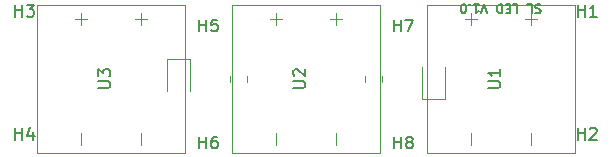
<source format=gbr>
G04 #@! TF.GenerationSoftware,KiCad,Pcbnew,(5.1.4)-1*
G04 #@! TF.CreationDate,2019-10-25T22:43:12-07:00*
G04 #@! TF.ProjectId,SkateLightLEDBoard1.0,536b6174-654c-4696-9768-744c4544426f,rev?*
G04 #@! TF.SameCoordinates,Original*
G04 #@! TF.FileFunction,Legend,Top*
G04 #@! TF.FilePolarity,Positive*
%FSLAX46Y46*%
G04 Gerber Fmt 4.6, Leading zero omitted, Abs format (unit mm)*
G04 Created by KiCad (PCBNEW (5.1.4)-1) date 2019-10-25 22:43:12*
%MOMM*%
%LPD*%
G04 APERTURE LIST*
%ADD10C,0.127000*%
%ADD11C,0.120000*%
%ADD12C,0.150000*%
G04 APERTURE END LIST*
D10*
X19884571Y6277428D02*
X19775714Y6313714D01*
X19594285Y6313714D01*
X19521714Y6277428D01*
X19485428Y6241142D01*
X19449142Y6168571D01*
X19449142Y6096000D01*
X19485428Y6023428D01*
X19521714Y5987142D01*
X19594285Y5950857D01*
X19739428Y5914571D01*
X19812000Y5878285D01*
X19848285Y5842000D01*
X19884571Y5769428D01*
X19884571Y5696857D01*
X19848285Y5624285D01*
X19812000Y5588000D01*
X19739428Y5551714D01*
X19558000Y5551714D01*
X19449142Y5588000D01*
X18759714Y6313714D02*
X19122571Y6313714D01*
X19122571Y5551714D01*
X17562285Y6313714D02*
X17925142Y6313714D01*
X17925142Y5551714D01*
X17308285Y5914571D02*
X17054285Y5914571D01*
X16945428Y6313714D02*
X17308285Y6313714D01*
X17308285Y5551714D01*
X16945428Y5551714D01*
X16618857Y6313714D02*
X16618857Y5551714D01*
X16437428Y5551714D01*
X16328571Y5588000D01*
X16256000Y5660571D01*
X16219714Y5733142D01*
X16183428Y5878285D01*
X16183428Y5987142D01*
X16219714Y6132285D01*
X16256000Y6204857D01*
X16328571Y6277428D01*
X16437428Y6313714D01*
X16618857Y6313714D01*
X15385142Y5551714D02*
X15131142Y6313714D01*
X14877142Y5551714D01*
X14224000Y6313714D02*
X14659428Y6313714D01*
X14441714Y6313714D02*
X14441714Y5551714D01*
X14514285Y5660571D01*
X14586857Y5733142D01*
X14659428Y5769428D01*
X13897428Y6241142D02*
X13861142Y6277428D01*
X13897428Y6313714D01*
X13933714Y6277428D01*
X13897428Y6241142D01*
X13897428Y6313714D01*
X13389428Y5551714D02*
X13316857Y5551714D01*
X13244285Y5588000D01*
X13208000Y5624285D01*
X13171714Y5696857D01*
X13135428Y5842000D01*
X13135428Y6023428D01*
X13171714Y6168571D01*
X13208000Y6241142D01*
X13244285Y6277428D01*
X13316857Y6313714D01*
X13389428Y6313714D01*
X13462000Y6277428D01*
X13498285Y6241142D01*
X13534571Y6168571D01*
X13570857Y6023428D01*
X13570857Y5842000D01*
X13534571Y5696857D01*
X13498285Y5624285D01*
X13462000Y5588000D01*
X13389428Y5551714D01*
D11*
X-2540000Y-4572000D02*
X-2540000Y-5588000D01*
X2540000Y-4572000D02*
X2540000Y-5588000D01*
X-2540000Y5588000D02*
X-2540000Y4572000D01*
X-2032000Y5080000D02*
X-3048000Y5080000D01*
X2540000Y5588000D02*
X2540000Y4572000D01*
X3048000Y5080000D02*
X2032000Y5080000D01*
X6250000Y-6250000D02*
X-6250000Y-6250000D01*
X-6250000Y-6250000D02*
X-6250000Y6250000D01*
X-6250000Y6250000D02*
X6250000Y6250000D01*
X6250000Y6250000D02*
X6250000Y-6250000D01*
X11755000Y-1685000D02*
X11755000Y1000000D01*
X9835000Y-1685000D02*
X11755000Y-1685000D01*
X9835000Y1000000D02*
X9835000Y-1685000D01*
X-11755000Y1685000D02*
X-11755000Y-1000000D01*
X-9835000Y1685000D02*
X-11755000Y1685000D01*
X-9835000Y-1000000D02*
X-9835000Y1685000D01*
X5005000Y258578D02*
X5005000Y-258578D01*
X6425000Y258578D02*
X6425000Y-258578D01*
X-6425000Y258578D02*
X-6425000Y-258578D01*
X-5005000Y258578D02*
X-5005000Y-258578D01*
X13970000Y-4572000D02*
X13970000Y-5588000D01*
X19050000Y-4572000D02*
X19050000Y-5588000D01*
X13970000Y5588000D02*
X13970000Y4572000D01*
X14478000Y5080000D02*
X13462000Y5080000D01*
X19050000Y5588000D02*
X19050000Y4572000D01*
X19558000Y5080000D02*
X18542000Y5080000D01*
X22760000Y-6250000D02*
X10260000Y-6250000D01*
X10260000Y-6250000D02*
X10260000Y6250000D01*
X10260000Y6250000D02*
X22760000Y6250000D01*
X22760000Y6250000D02*
X22760000Y-6250000D01*
X-19050000Y-4572000D02*
X-19050000Y-5588000D01*
X-13970000Y-4572000D02*
X-13970000Y-5588000D01*
X-19050000Y5588000D02*
X-19050000Y4572000D01*
X-18542000Y5080000D02*
X-19558000Y5080000D01*
X-13970000Y5588000D02*
X-13970000Y4572000D01*
X-13462000Y5080000D02*
X-14478000Y5080000D01*
X-10260000Y-6250000D02*
X-22760000Y-6250000D01*
X-22760000Y-6250000D02*
X-22760000Y6250000D01*
X-22760000Y6250000D02*
X-10260000Y6250000D01*
X-10260000Y6250000D02*
X-10260000Y-6250000D01*
D12*
X7493095Y-5905380D02*
X7493095Y-4905380D01*
X7493095Y-5381571D02*
X8064523Y-5381571D01*
X8064523Y-5905380D02*
X8064523Y-4905380D01*
X8683571Y-5333952D02*
X8588333Y-5286333D01*
X8540714Y-5238714D01*
X8493095Y-5143476D01*
X8493095Y-5095857D01*
X8540714Y-5000619D01*
X8588333Y-4953000D01*
X8683571Y-4905380D01*
X8874047Y-4905380D01*
X8969285Y-4953000D01*
X9016904Y-5000619D01*
X9064523Y-5095857D01*
X9064523Y-5143476D01*
X9016904Y-5238714D01*
X8969285Y-5286333D01*
X8874047Y-5333952D01*
X8683571Y-5333952D01*
X8588333Y-5381571D01*
X8540714Y-5429190D01*
X8493095Y-5524428D01*
X8493095Y-5714904D01*
X8540714Y-5810142D01*
X8588333Y-5857761D01*
X8683571Y-5905380D01*
X8874047Y-5905380D01*
X8969285Y-5857761D01*
X9016904Y-5810142D01*
X9064523Y-5714904D01*
X9064523Y-5524428D01*
X9016904Y-5429190D01*
X8969285Y-5381571D01*
X8874047Y-5333952D01*
X7493095Y4000619D02*
X7493095Y5000619D01*
X7493095Y4524428D02*
X8064523Y4524428D01*
X8064523Y4000619D02*
X8064523Y5000619D01*
X8445476Y5000619D02*
X9112142Y5000619D01*
X8683571Y4000619D01*
X-9016904Y-5905380D02*
X-9016904Y-4905380D01*
X-9016904Y-5381571D02*
X-8445476Y-5381571D01*
X-8445476Y-5905380D02*
X-8445476Y-4905380D01*
X-7540714Y-4905380D02*
X-7731190Y-4905380D01*
X-7826428Y-4953000D01*
X-7874047Y-5000619D01*
X-7969285Y-5143476D01*
X-8016904Y-5333952D01*
X-8016904Y-5714904D01*
X-7969285Y-5810142D01*
X-7921666Y-5857761D01*
X-7826428Y-5905380D01*
X-7635952Y-5905380D01*
X-7540714Y-5857761D01*
X-7493095Y-5810142D01*
X-7445476Y-5714904D01*
X-7445476Y-5476809D01*
X-7493095Y-5381571D01*
X-7540714Y-5333952D01*
X-7635952Y-5286333D01*
X-7826428Y-5286333D01*
X-7921666Y-5333952D01*
X-7969285Y-5381571D01*
X-8016904Y-5476809D01*
X-9016904Y4000619D02*
X-9016904Y5000619D01*
X-9016904Y4524428D02*
X-8445476Y4524428D01*
X-8445476Y4000619D02*
X-8445476Y5000619D01*
X-7493095Y5000619D02*
X-7969285Y5000619D01*
X-8016904Y4524428D01*
X-7969285Y4572047D01*
X-7874047Y4619666D01*
X-7635952Y4619666D01*
X-7540714Y4572047D01*
X-7493095Y4524428D01*
X-7445476Y4429190D01*
X-7445476Y4191095D01*
X-7493095Y4095857D01*
X-7540714Y4048238D01*
X-7635952Y4000619D01*
X-7874047Y4000619D01*
X-7969285Y4048238D01*
X-8016904Y4095857D01*
X-1047619Y-761904D02*
X-238095Y-761904D01*
X-142857Y-714285D01*
X-95238Y-666666D01*
X-47619Y-571428D01*
X-47619Y-380952D01*
X-95238Y-285714D01*
X-142857Y-238095D01*
X-238095Y-190476D01*
X-1047619Y-190476D01*
X-952380Y238095D02*
X-1000000Y285714D01*
X-1047619Y380952D01*
X-1047619Y619047D01*
X-1000000Y714285D01*
X-952380Y761904D01*
X-857142Y809523D01*
X-761904Y809523D01*
X-619047Y761904D01*
X-47619Y190476D01*
X-47619Y809523D01*
X23050595Y5254619D02*
X23050595Y6254619D01*
X23050595Y5778428D02*
X23622023Y5778428D01*
X23622023Y5254619D02*
X23622023Y6254619D01*
X24622023Y5254619D02*
X24050595Y5254619D01*
X24336309Y5254619D02*
X24336309Y6254619D01*
X24241071Y6111761D01*
X24145833Y6016523D01*
X24050595Y5968904D01*
X23050595Y-5159380D02*
X23050595Y-4159380D01*
X23050595Y-4635571D02*
X23622023Y-4635571D01*
X23622023Y-5159380D02*
X23622023Y-4159380D01*
X24050595Y-4254619D02*
X24098214Y-4207000D01*
X24193452Y-4159380D01*
X24431547Y-4159380D01*
X24526785Y-4207000D01*
X24574404Y-4254619D01*
X24622023Y-4349857D01*
X24622023Y-4445095D01*
X24574404Y-4587952D01*
X24002976Y-5159380D01*
X24622023Y-5159380D01*
X-24574404Y5254619D02*
X-24574404Y6254619D01*
X-24574404Y5778428D02*
X-24002976Y5778428D01*
X-24002976Y5254619D02*
X-24002976Y6254619D01*
X-23622023Y6254619D02*
X-23002976Y6254619D01*
X-23336309Y5873666D01*
X-23193452Y5873666D01*
X-23098214Y5826047D01*
X-23050595Y5778428D01*
X-23002976Y5683190D01*
X-23002976Y5445095D01*
X-23050595Y5349857D01*
X-23098214Y5302238D01*
X-23193452Y5254619D01*
X-23479166Y5254619D01*
X-23574404Y5302238D01*
X-23622023Y5349857D01*
X-24574404Y-5159380D02*
X-24574404Y-4159380D01*
X-24574404Y-4635571D02*
X-24002976Y-4635571D01*
X-24002976Y-5159380D02*
X-24002976Y-4159380D01*
X-23098214Y-4492714D02*
X-23098214Y-5159380D01*
X-23336309Y-4111761D02*
X-23574404Y-4826047D01*
X-22955357Y-4826047D01*
X15462380Y-761904D02*
X16271904Y-761904D01*
X16367142Y-714285D01*
X16414761Y-666666D01*
X16462380Y-571428D01*
X16462380Y-380952D01*
X16414761Y-285714D01*
X16367142Y-238095D01*
X16271904Y-190476D01*
X15462380Y-190476D01*
X16462380Y809523D02*
X16462380Y238095D01*
X16462380Y523809D02*
X15462380Y523809D01*
X15605238Y428571D01*
X15700476Y333333D01*
X15748095Y238095D01*
X-17557619Y-761904D02*
X-16748095Y-761904D01*
X-16652857Y-714285D01*
X-16605238Y-666666D01*
X-16557619Y-571428D01*
X-16557619Y-380952D01*
X-16605238Y-285714D01*
X-16652857Y-238095D01*
X-16748095Y-190476D01*
X-17557619Y-190476D01*
X-17557619Y190476D02*
X-17557619Y809523D01*
X-17176666Y476190D01*
X-17176666Y619047D01*
X-17129047Y714285D01*
X-17081428Y761904D01*
X-16986190Y809523D01*
X-16748095Y809523D01*
X-16652857Y761904D01*
X-16605238Y714285D01*
X-16557619Y619047D01*
X-16557619Y333333D01*
X-16605238Y238095D01*
X-16652857Y190476D01*
M02*

</source>
